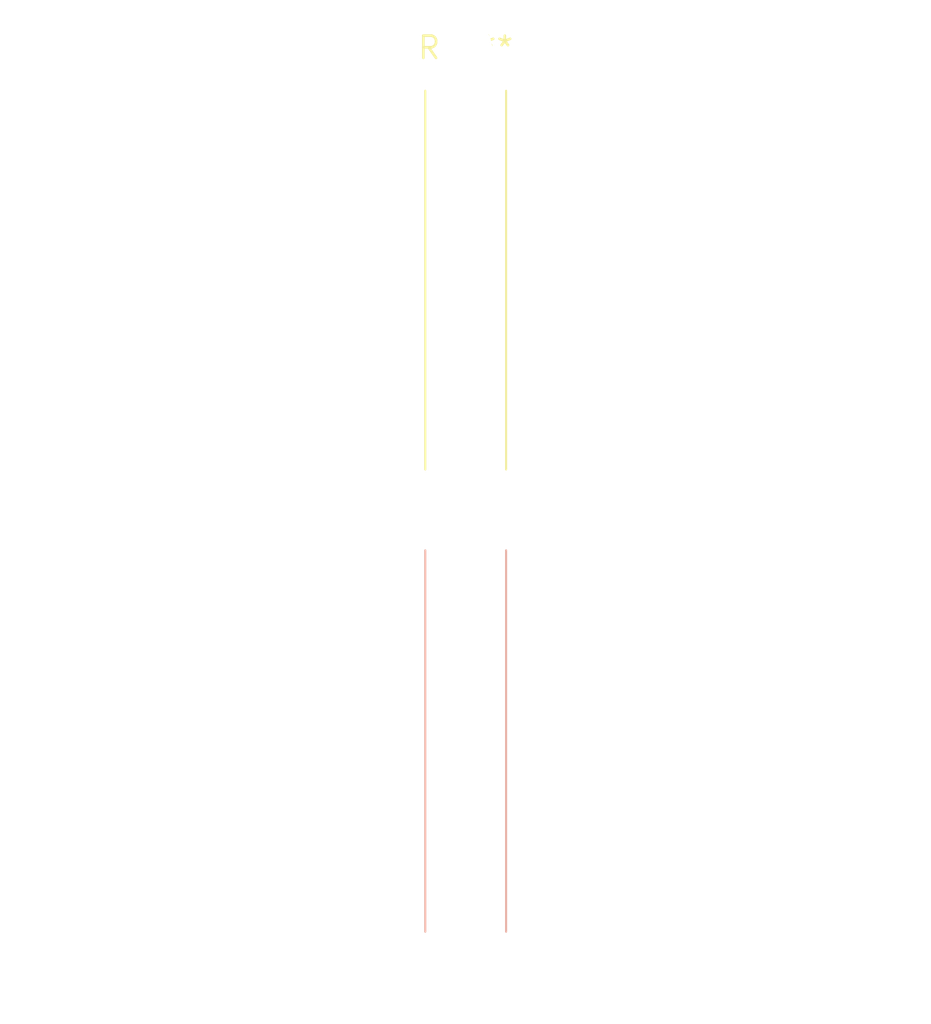
<source format=kicad_pcb>
(kicad_pcb (version 20240108) (generator pcbnew)
  (layers (0 "F.Cu" signal) (31 "B.Cu" signal) (34 "B.Paste" user) (35 "F.Paste" user) (36 "B.SilkS" user "B.Silkscreen") (37 "F.SilkS" user "F.Silkscreen") (38 "B.Mask" user) (39 "F.Mask" user) (44 "Edge.Cuts" user))
  (net 0 "")
  (footprint "SolderWire-2.5sqmm_1x01_D2.4mm_OD4.4mm_Relief2x" (layer "F.Cu") (at 0 0)
    (property "Reference" "REF**")
    (property "Value" "SolderWire-2.5sqmm_1x01_D2.4mm_OD4.4mm_Relief2x")
    (fp_line (start -2.31 28.71) (end -2.31 50.49) (layer "B.SilkS") (stroke (width 0.12)))
    (fp_line (start 2.31 28.71) (end 2.31 50.49) (layer "B.SilkS") (stroke (width 0.12)))
    (fp_line (start -2.31 2.46) (end -2.31 24.09) (layer "F.SilkS") (stroke (width 0.12)))
    (fp_line (start 2.31 2.46) (end 2.31 24.09) (layer "F.SilkS") (stroke (width 0.12)))
    (pad "" np_thru_hole circle (at 0 26.4) (size 4.9 4.9) (drill 4.9) (layers *.Cu *.Mask))
    (pad "" np_thru_hole circle (at 0 52.8) (size 4.9 4.9) (drill 4.9) (layers *.Cu *.Mask))
    (pad "1" thru_hole roundrect (at 0 0) (size 4.4 4.4) (drill 3) (layers *.Cu *.Mask) (remove_unused_layers) (roundrect_rratio 0.056818))
  )
)
</source>
